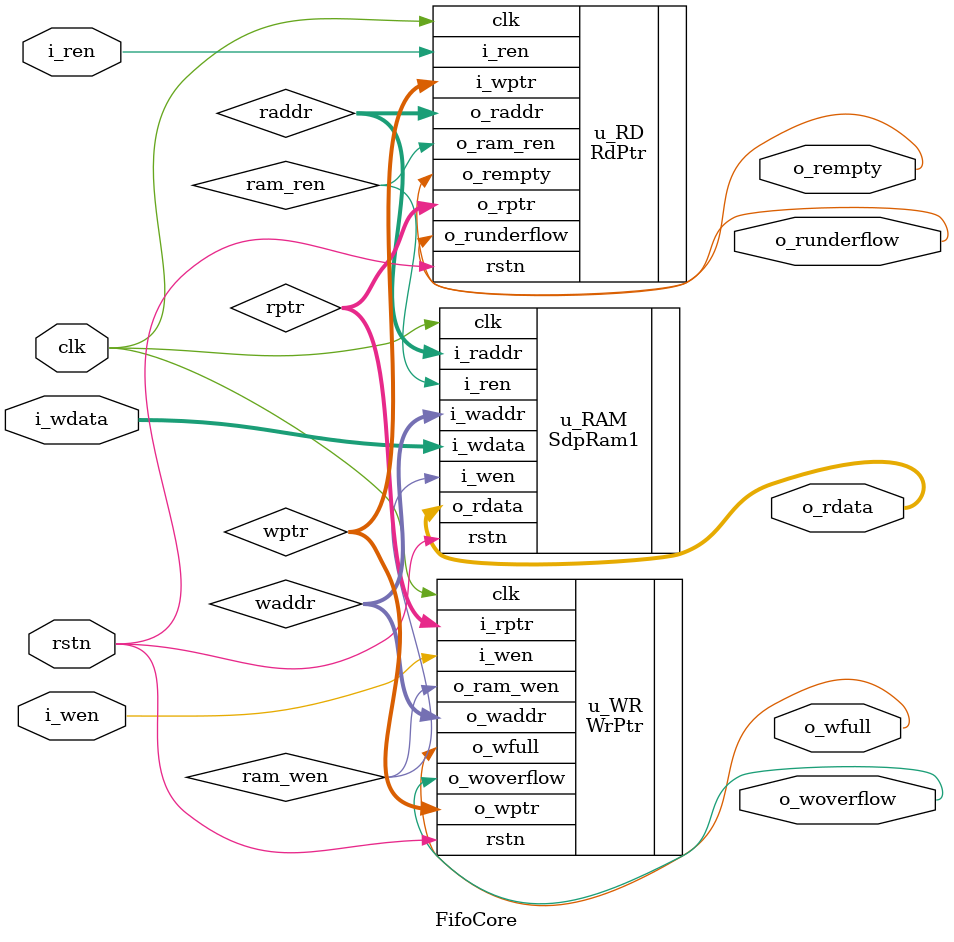
<source format=sv>

`default_nettype none

module FifoCore # (
  parameter int ALEN = 8,
  parameter int DLEN = 8,
  parameter int INCR = 1
)(
  input var                     clk,
  input var                     rstn,

  input var                     i_wen,
  input var         [DLEN-1:0]  i_wdata,
  output var logic              o_wfull,
  output var logic              o_woverflow,

  input var                     i_ren,
  output var logic  [DLEN-1:0]  o_rdata,
  output var logic              o_rempty,
  output var logic              o_runderflow
);

/* Pointer Instantiations */
logic [ALEN-1:0]  waddr;
logic [ALEN:0]    wptr;
logic [ALEN-1:0]  raddr;
logic [ALEN:0]    rptr;

// Write Pointer
logic ram_wen;
WrPtr # (
  .ALEN (ALEN),
  .INCR (INCR)
) u_WR (
  .clk          (clk),
  .rstn         (rstn),
  .i_wen        (i_wen),
  .o_waddr      (waddr),
  .o_wptr       (wptr),
  .i_rptr       (rptr),
  .o_wfull      (o_wfull),
  .o_woverflow  (o_woverflow),
  .o_ram_wen    (ram_wen)
);

// Read Pointer
logic ram_ren;
RdPtr # (
  .ALEN (ALEN),
  .INCR (INCR)
) u_RD (
  .clk          (clk),
  .rstn         (rstn),
  .i_ren        (i_ren),
  .o_raddr      (raddr),
  .o_rptr       (rptr),
  .i_wptr       (wptr),
  .o_rempty     (o_rempty),
  .o_runderflow (o_runderflow),
  .o_ram_ren    (ram_ren)
);

/* Memory Instantiation */
SdpRam1 # (
  .DLEN (DLEN),
  .ALEN (ALEN),
  .OREG (1)
) u_RAM (
  .clk      (clk),
  .rstn     (rstn),
  .i_wen    (ram_wen),
  .i_waddr  (waddr),
  .i_wdata  (i_wdata),
  .i_ren    (ram_ren),
  .i_raddr  (raddr),
  .o_rdata  (o_rdata)
);


endmodule

</source>
